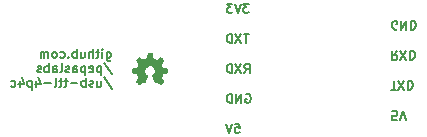
<source format=gbo>
G04 (created by PCBNEW (22-Jun-2014 BZR 4027)-stable) date Wed 04 Apr 2018 07:59:40 PM CDT*
%MOIN*%
G04 Gerber Fmt 3.4, Leading zero omitted, Abs format*
%FSLAX34Y34*%
G01*
G70*
G90*
G04 APERTURE LIST*
%ADD10C,0.00590551*%
%ADD11C,0.006*%
%ADD12C,0.0001*%
G04 APERTURE END LIST*
G54D10*
G54D11*
X65300Y-43171D02*
X65300Y-43414D01*
X65314Y-43442D01*
X65328Y-43457D01*
X65357Y-43471D01*
X65400Y-43471D01*
X65428Y-43457D01*
X65300Y-43357D02*
X65328Y-43371D01*
X65385Y-43371D01*
X65414Y-43357D01*
X65428Y-43342D01*
X65442Y-43314D01*
X65442Y-43228D01*
X65428Y-43200D01*
X65414Y-43185D01*
X65385Y-43171D01*
X65328Y-43171D01*
X65300Y-43185D01*
X65157Y-43371D02*
X65157Y-43171D01*
X65157Y-43071D02*
X65171Y-43085D01*
X65157Y-43100D01*
X65142Y-43085D01*
X65157Y-43071D01*
X65157Y-43100D01*
X65057Y-43171D02*
X64942Y-43171D01*
X65014Y-43071D02*
X65014Y-43328D01*
X65000Y-43357D01*
X64971Y-43371D01*
X64942Y-43371D01*
X64842Y-43371D02*
X64842Y-43071D01*
X64714Y-43371D02*
X64714Y-43214D01*
X64728Y-43185D01*
X64757Y-43171D01*
X64799Y-43171D01*
X64828Y-43185D01*
X64842Y-43200D01*
X64442Y-43171D02*
X64442Y-43371D01*
X64571Y-43171D02*
X64571Y-43328D01*
X64557Y-43357D01*
X64528Y-43371D01*
X64485Y-43371D01*
X64457Y-43357D01*
X64442Y-43342D01*
X64299Y-43371D02*
X64299Y-43071D01*
X64299Y-43185D02*
X64271Y-43171D01*
X64214Y-43171D01*
X64185Y-43185D01*
X64171Y-43200D01*
X64157Y-43228D01*
X64157Y-43314D01*
X64171Y-43342D01*
X64185Y-43357D01*
X64214Y-43371D01*
X64271Y-43371D01*
X64299Y-43357D01*
X64028Y-43342D02*
X64014Y-43357D01*
X64028Y-43371D01*
X64042Y-43357D01*
X64028Y-43342D01*
X64028Y-43371D01*
X63757Y-43357D02*
X63785Y-43371D01*
X63842Y-43371D01*
X63871Y-43357D01*
X63885Y-43342D01*
X63899Y-43314D01*
X63899Y-43228D01*
X63885Y-43200D01*
X63871Y-43185D01*
X63842Y-43171D01*
X63785Y-43171D01*
X63757Y-43185D01*
X63585Y-43371D02*
X63614Y-43357D01*
X63628Y-43342D01*
X63642Y-43314D01*
X63642Y-43228D01*
X63628Y-43200D01*
X63614Y-43185D01*
X63585Y-43171D01*
X63542Y-43171D01*
X63514Y-43185D01*
X63499Y-43200D01*
X63485Y-43228D01*
X63485Y-43314D01*
X63499Y-43342D01*
X63514Y-43357D01*
X63542Y-43371D01*
X63585Y-43371D01*
X63357Y-43371D02*
X63357Y-43171D01*
X63357Y-43200D02*
X63342Y-43185D01*
X63314Y-43171D01*
X63271Y-43171D01*
X63242Y-43185D01*
X63228Y-43214D01*
X63228Y-43371D01*
X63228Y-43214D02*
X63214Y-43185D01*
X63185Y-43171D01*
X63142Y-43171D01*
X63114Y-43185D01*
X63099Y-43214D01*
X63099Y-43371D01*
X65214Y-43537D02*
X65471Y-43922D01*
X65114Y-43651D02*
X65114Y-43951D01*
X65114Y-43665D02*
X65085Y-43651D01*
X65028Y-43651D01*
X65000Y-43665D01*
X64985Y-43680D01*
X64971Y-43708D01*
X64971Y-43794D01*
X64985Y-43822D01*
X65000Y-43837D01*
X65028Y-43851D01*
X65085Y-43851D01*
X65114Y-43837D01*
X64728Y-43837D02*
X64757Y-43851D01*
X64814Y-43851D01*
X64842Y-43837D01*
X64857Y-43808D01*
X64857Y-43694D01*
X64842Y-43665D01*
X64814Y-43651D01*
X64757Y-43651D01*
X64728Y-43665D01*
X64714Y-43694D01*
X64714Y-43722D01*
X64857Y-43751D01*
X64585Y-43651D02*
X64585Y-43951D01*
X64585Y-43665D02*
X64557Y-43651D01*
X64499Y-43651D01*
X64471Y-43665D01*
X64457Y-43680D01*
X64442Y-43708D01*
X64442Y-43794D01*
X64457Y-43822D01*
X64471Y-43837D01*
X64499Y-43851D01*
X64557Y-43851D01*
X64585Y-43837D01*
X64185Y-43851D02*
X64185Y-43694D01*
X64199Y-43665D01*
X64228Y-43651D01*
X64285Y-43651D01*
X64314Y-43665D01*
X64185Y-43837D02*
X64214Y-43851D01*
X64285Y-43851D01*
X64314Y-43837D01*
X64328Y-43808D01*
X64328Y-43780D01*
X64314Y-43751D01*
X64285Y-43737D01*
X64214Y-43737D01*
X64185Y-43722D01*
X64057Y-43837D02*
X64028Y-43851D01*
X63971Y-43851D01*
X63942Y-43837D01*
X63928Y-43808D01*
X63928Y-43794D01*
X63942Y-43765D01*
X63971Y-43751D01*
X64014Y-43751D01*
X64042Y-43737D01*
X64057Y-43708D01*
X64057Y-43694D01*
X64042Y-43665D01*
X64014Y-43651D01*
X63971Y-43651D01*
X63942Y-43665D01*
X63757Y-43851D02*
X63785Y-43837D01*
X63799Y-43808D01*
X63799Y-43551D01*
X63514Y-43851D02*
X63514Y-43694D01*
X63528Y-43665D01*
X63557Y-43651D01*
X63614Y-43651D01*
X63642Y-43665D01*
X63514Y-43837D02*
X63542Y-43851D01*
X63614Y-43851D01*
X63642Y-43837D01*
X63657Y-43808D01*
X63657Y-43780D01*
X63642Y-43751D01*
X63614Y-43737D01*
X63542Y-43737D01*
X63514Y-43722D01*
X63371Y-43851D02*
X63371Y-43551D01*
X63371Y-43665D02*
X63342Y-43651D01*
X63285Y-43651D01*
X63257Y-43665D01*
X63242Y-43680D01*
X63228Y-43708D01*
X63228Y-43794D01*
X63242Y-43822D01*
X63257Y-43837D01*
X63285Y-43851D01*
X63342Y-43851D01*
X63371Y-43837D01*
X63114Y-43837D02*
X63085Y-43851D01*
X63028Y-43851D01*
X62999Y-43837D01*
X62985Y-43808D01*
X62985Y-43794D01*
X62999Y-43765D01*
X63028Y-43751D01*
X63071Y-43751D01*
X63099Y-43737D01*
X63114Y-43708D01*
X63114Y-43694D01*
X63099Y-43665D01*
X63071Y-43651D01*
X63028Y-43651D01*
X62999Y-43665D01*
X65214Y-44017D02*
X65471Y-44402D01*
X64985Y-44131D02*
X64985Y-44331D01*
X65114Y-44131D02*
X65114Y-44288D01*
X65100Y-44317D01*
X65071Y-44331D01*
X65028Y-44331D01*
X65000Y-44317D01*
X64985Y-44302D01*
X64857Y-44317D02*
X64828Y-44331D01*
X64771Y-44331D01*
X64742Y-44317D01*
X64728Y-44288D01*
X64728Y-44274D01*
X64742Y-44245D01*
X64771Y-44231D01*
X64814Y-44231D01*
X64842Y-44217D01*
X64857Y-44188D01*
X64857Y-44174D01*
X64842Y-44145D01*
X64814Y-44131D01*
X64771Y-44131D01*
X64742Y-44145D01*
X64599Y-44331D02*
X64599Y-44031D01*
X64599Y-44145D02*
X64571Y-44131D01*
X64514Y-44131D01*
X64485Y-44145D01*
X64471Y-44160D01*
X64457Y-44188D01*
X64457Y-44274D01*
X64471Y-44302D01*
X64485Y-44317D01*
X64514Y-44331D01*
X64571Y-44331D01*
X64599Y-44317D01*
X64328Y-44217D02*
X64099Y-44217D01*
X63999Y-44131D02*
X63885Y-44131D01*
X63957Y-44031D02*
X63957Y-44288D01*
X63942Y-44317D01*
X63914Y-44331D01*
X63885Y-44331D01*
X63828Y-44131D02*
X63714Y-44131D01*
X63785Y-44031D02*
X63785Y-44288D01*
X63771Y-44317D01*
X63742Y-44331D01*
X63714Y-44331D01*
X63571Y-44331D02*
X63599Y-44317D01*
X63614Y-44288D01*
X63614Y-44031D01*
X63457Y-44217D02*
X63228Y-44217D01*
X62957Y-44131D02*
X62957Y-44331D01*
X63028Y-44017D02*
X63099Y-44231D01*
X62914Y-44231D01*
X62799Y-44131D02*
X62799Y-44431D01*
X62799Y-44145D02*
X62771Y-44131D01*
X62714Y-44131D01*
X62685Y-44145D01*
X62671Y-44160D01*
X62657Y-44188D01*
X62657Y-44274D01*
X62671Y-44302D01*
X62685Y-44317D01*
X62714Y-44331D01*
X62771Y-44331D01*
X62799Y-44317D01*
X62399Y-44131D02*
X62399Y-44331D01*
X62471Y-44017D02*
X62542Y-44231D01*
X62357Y-44231D01*
X62114Y-44317D02*
X62142Y-44331D01*
X62199Y-44331D01*
X62228Y-44317D01*
X62242Y-44302D01*
X62257Y-44274D01*
X62257Y-44188D01*
X62242Y-44160D01*
X62228Y-44145D01*
X62199Y-44131D01*
X62142Y-44131D01*
X62114Y-44145D01*
X74978Y-42414D02*
X74950Y-42428D01*
X74907Y-42428D01*
X74864Y-42414D01*
X74835Y-42385D01*
X74821Y-42357D01*
X74807Y-42300D01*
X74807Y-42257D01*
X74821Y-42200D01*
X74835Y-42171D01*
X74864Y-42142D01*
X74907Y-42128D01*
X74935Y-42128D01*
X74978Y-42142D01*
X74992Y-42157D01*
X74992Y-42257D01*
X74935Y-42257D01*
X75121Y-42128D02*
X75121Y-42428D01*
X75292Y-42128D01*
X75292Y-42428D01*
X75435Y-42128D02*
X75435Y-42428D01*
X75507Y-42428D01*
X75550Y-42414D01*
X75578Y-42385D01*
X75592Y-42357D01*
X75607Y-42300D01*
X75607Y-42257D01*
X75592Y-42200D01*
X75578Y-42171D01*
X75550Y-42142D01*
X75507Y-42128D01*
X75435Y-42128D01*
X74992Y-43128D02*
X74892Y-43271D01*
X74821Y-43128D02*
X74821Y-43428D01*
X74935Y-43428D01*
X74964Y-43414D01*
X74978Y-43400D01*
X74992Y-43371D01*
X74992Y-43328D01*
X74978Y-43300D01*
X74964Y-43285D01*
X74935Y-43271D01*
X74821Y-43271D01*
X75092Y-43428D02*
X75292Y-43128D01*
X75292Y-43428D02*
X75092Y-43128D01*
X75407Y-43128D02*
X75407Y-43428D01*
X75478Y-43428D01*
X75521Y-43414D01*
X75550Y-43385D01*
X75564Y-43357D01*
X75578Y-43300D01*
X75578Y-43257D01*
X75564Y-43200D01*
X75550Y-43171D01*
X75521Y-43142D01*
X75478Y-43128D01*
X75407Y-43128D01*
X74778Y-44428D02*
X74950Y-44428D01*
X74864Y-44128D02*
X74864Y-44428D01*
X75021Y-44428D02*
X75221Y-44128D01*
X75221Y-44428D02*
X75021Y-44128D01*
X75335Y-44128D02*
X75335Y-44428D01*
X75407Y-44428D01*
X75449Y-44414D01*
X75478Y-44385D01*
X75492Y-44357D01*
X75507Y-44300D01*
X75507Y-44257D01*
X75492Y-44200D01*
X75478Y-44171D01*
X75449Y-44142D01*
X75407Y-44128D01*
X75335Y-44128D01*
X74964Y-45428D02*
X74821Y-45428D01*
X74807Y-45285D01*
X74821Y-45300D01*
X74850Y-45314D01*
X74921Y-45314D01*
X74950Y-45300D01*
X74964Y-45285D01*
X74978Y-45257D01*
X74978Y-45185D01*
X74964Y-45157D01*
X74950Y-45142D01*
X74921Y-45128D01*
X74850Y-45128D01*
X74821Y-45142D01*
X74807Y-45157D01*
X75064Y-45428D02*
X75164Y-45128D01*
X75264Y-45428D01*
X69578Y-45571D02*
X69721Y-45571D01*
X69735Y-45714D01*
X69721Y-45700D01*
X69692Y-45685D01*
X69621Y-45685D01*
X69592Y-45700D01*
X69578Y-45714D01*
X69564Y-45742D01*
X69564Y-45814D01*
X69578Y-45842D01*
X69592Y-45857D01*
X69621Y-45871D01*
X69692Y-45871D01*
X69721Y-45857D01*
X69735Y-45842D01*
X69478Y-45571D02*
X69378Y-45871D01*
X69278Y-45571D01*
X69935Y-44585D02*
X69964Y-44571D01*
X70007Y-44571D01*
X70050Y-44585D01*
X70078Y-44614D01*
X70092Y-44642D01*
X70107Y-44700D01*
X70107Y-44742D01*
X70092Y-44800D01*
X70078Y-44828D01*
X70050Y-44857D01*
X70007Y-44871D01*
X69978Y-44871D01*
X69935Y-44857D01*
X69921Y-44842D01*
X69921Y-44742D01*
X69978Y-44742D01*
X69792Y-44871D02*
X69792Y-44571D01*
X69621Y-44871D01*
X69621Y-44571D01*
X69478Y-44871D02*
X69478Y-44571D01*
X69407Y-44571D01*
X69364Y-44585D01*
X69335Y-44614D01*
X69321Y-44642D01*
X69307Y-44700D01*
X69307Y-44742D01*
X69321Y-44800D01*
X69335Y-44828D01*
X69364Y-44857D01*
X69407Y-44871D01*
X69478Y-44871D01*
X69892Y-43871D02*
X69992Y-43728D01*
X70064Y-43871D02*
X70064Y-43571D01*
X69950Y-43571D01*
X69921Y-43585D01*
X69907Y-43600D01*
X69892Y-43628D01*
X69892Y-43671D01*
X69907Y-43700D01*
X69921Y-43714D01*
X69950Y-43728D01*
X70064Y-43728D01*
X69792Y-43571D02*
X69592Y-43871D01*
X69592Y-43571D02*
X69792Y-43871D01*
X69478Y-43871D02*
X69478Y-43571D01*
X69407Y-43571D01*
X69364Y-43585D01*
X69335Y-43614D01*
X69321Y-43642D01*
X69307Y-43700D01*
X69307Y-43742D01*
X69321Y-43800D01*
X69335Y-43828D01*
X69364Y-43857D01*
X69407Y-43871D01*
X69478Y-43871D01*
X70035Y-42571D02*
X69864Y-42571D01*
X69949Y-42871D02*
X69949Y-42571D01*
X69792Y-42571D02*
X69592Y-42871D01*
X69592Y-42571D02*
X69792Y-42871D01*
X69478Y-42871D02*
X69478Y-42571D01*
X69407Y-42571D01*
X69364Y-42585D01*
X69335Y-42614D01*
X69321Y-42642D01*
X69307Y-42700D01*
X69307Y-42742D01*
X69321Y-42800D01*
X69335Y-42828D01*
X69364Y-42857D01*
X69407Y-42871D01*
X69478Y-42871D01*
X70035Y-41571D02*
X69850Y-41571D01*
X69950Y-41685D01*
X69907Y-41685D01*
X69878Y-41700D01*
X69864Y-41714D01*
X69850Y-41742D01*
X69850Y-41814D01*
X69864Y-41842D01*
X69878Y-41857D01*
X69907Y-41871D01*
X69992Y-41871D01*
X70021Y-41857D01*
X70035Y-41842D01*
X69764Y-41571D02*
X69664Y-41871D01*
X69564Y-41571D01*
X69492Y-41571D02*
X69307Y-41571D01*
X69407Y-41685D01*
X69364Y-41685D01*
X69335Y-41700D01*
X69321Y-41714D01*
X69307Y-41742D01*
X69307Y-41814D01*
X69321Y-41842D01*
X69335Y-41857D01*
X69364Y-41871D01*
X69450Y-41871D01*
X69478Y-41857D01*
X69492Y-41842D01*
G54D12*
G36*
X67108Y-44280D02*
X67101Y-44277D01*
X67088Y-44268D01*
X67068Y-44255D01*
X67045Y-44240D01*
X67021Y-44224D01*
X67002Y-44211D01*
X66988Y-44202D01*
X66983Y-44199D01*
X66980Y-44200D01*
X66969Y-44206D01*
X66953Y-44214D01*
X66943Y-44219D01*
X66928Y-44225D01*
X66921Y-44227D01*
X66920Y-44225D01*
X66914Y-44213D01*
X66906Y-44194D01*
X66895Y-44168D01*
X66882Y-44138D01*
X66868Y-44106D01*
X66855Y-44073D01*
X66842Y-44042D01*
X66830Y-44013D01*
X66821Y-43990D01*
X66815Y-43974D01*
X66812Y-43967D01*
X66813Y-43966D01*
X66820Y-43959D01*
X66833Y-43949D01*
X66861Y-43926D01*
X66889Y-43892D01*
X66906Y-43853D01*
X66911Y-43809D01*
X66907Y-43769D01*
X66891Y-43731D01*
X66864Y-43696D01*
X66831Y-43670D01*
X66793Y-43654D01*
X66750Y-43649D01*
X66709Y-43653D01*
X66670Y-43669D01*
X66635Y-43695D01*
X66620Y-43712D01*
X66600Y-43748D01*
X66588Y-43785D01*
X66587Y-43794D01*
X66589Y-43836D01*
X66601Y-43876D01*
X66623Y-43911D01*
X66653Y-43940D01*
X66657Y-43943D01*
X66671Y-43954D01*
X66681Y-43961D01*
X66688Y-43967D01*
X66635Y-44094D01*
X66627Y-44114D01*
X66612Y-44149D01*
X66600Y-44179D01*
X66589Y-44203D01*
X66582Y-44219D01*
X66579Y-44225D01*
X66579Y-44225D01*
X66574Y-44226D01*
X66565Y-44223D01*
X66547Y-44214D01*
X66535Y-44208D01*
X66522Y-44202D01*
X66516Y-44199D01*
X66510Y-44202D01*
X66497Y-44210D01*
X66479Y-44223D01*
X66456Y-44238D01*
X66434Y-44253D01*
X66414Y-44266D01*
X66400Y-44276D01*
X66393Y-44279D01*
X66392Y-44279D01*
X66385Y-44276D01*
X66374Y-44266D01*
X66357Y-44250D01*
X66332Y-44226D01*
X66328Y-44222D01*
X66308Y-44202D01*
X66292Y-44184D01*
X66281Y-44172D01*
X66277Y-44167D01*
X66277Y-44167D01*
X66281Y-44160D01*
X66290Y-44145D01*
X66303Y-44125D01*
X66319Y-44101D01*
X66361Y-44040D01*
X66338Y-43983D01*
X66331Y-43965D01*
X66322Y-43943D01*
X66315Y-43928D01*
X66312Y-43921D01*
X66305Y-43919D01*
X66290Y-43915D01*
X66267Y-43911D01*
X66239Y-43906D01*
X66213Y-43901D01*
X66190Y-43896D01*
X66173Y-43893D01*
X66165Y-43892D01*
X66163Y-43890D01*
X66162Y-43887D01*
X66161Y-43879D01*
X66160Y-43864D01*
X66160Y-43842D01*
X66160Y-43809D01*
X66160Y-43806D01*
X66160Y-43775D01*
X66161Y-43750D01*
X66162Y-43735D01*
X66163Y-43728D01*
X66163Y-43728D01*
X66170Y-43726D01*
X66187Y-43723D01*
X66210Y-43718D01*
X66238Y-43713D01*
X66240Y-43713D01*
X66268Y-43707D01*
X66291Y-43702D01*
X66308Y-43699D01*
X66315Y-43696D01*
X66316Y-43694D01*
X66322Y-43683D01*
X66330Y-43666D01*
X66339Y-43645D01*
X66348Y-43623D01*
X66356Y-43603D01*
X66361Y-43589D01*
X66363Y-43582D01*
X66363Y-43582D01*
X66359Y-43575D01*
X66349Y-43561D01*
X66335Y-43541D01*
X66319Y-43517D01*
X66318Y-43515D01*
X66302Y-43491D01*
X66289Y-43471D01*
X66280Y-43457D01*
X66277Y-43451D01*
X66277Y-43450D01*
X66282Y-43443D01*
X66294Y-43430D01*
X66312Y-43412D01*
X66332Y-43391D01*
X66339Y-43385D01*
X66362Y-43362D01*
X66378Y-43348D01*
X66388Y-43340D01*
X66392Y-43338D01*
X66393Y-43338D01*
X66400Y-43342D01*
X66415Y-43352D01*
X66435Y-43366D01*
X66459Y-43382D01*
X66460Y-43383D01*
X66484Y-43399D01*
X66504Y-43413D01*
X66518Y-43422D01*
X66524Y-43425D01*
X66525Y-43425D01*
X66534Y-43423D01*
X66551Y-43417D01*
X66572Y-43409D01*
X66594Y-43400D01*
X66614Y-43392D01*
X66628Y-43385D01*
X66635Y-43381D01*
X66636Y-43381D01*
X66638Y-43372D01*
X66642Y-43354D01*
X66647Y-43330D01*
X66653Y-43301D01*
X66654Y-43297D01*
X66659Y-43268D01*
X66663Y-43245D01*
X66667Y-43229D01*
X66668Y-43222D01*
X66672Y-43222D01*
X66686Y-43221D01*
X66707Y-43220D01*
X66733Y-43220D01*
X66759Y-43220D01*
X66785Y-43220D01*
X66807Y-43221D01*
X66823Y-43222D01*
X66830Y-43224D01*
X66830Y-43224D01*
X66832Y-43233D01*
X66836Y-43250D01*
X66841Y-43275D01*
X66847Y-43304D01*
X66848Y-43309D01*
X66853Y-43337D01*
X66858Y-43360D01*
X66861Y-43376D01*
X66863Y-43382D01*
X66865Y-43383D01*
X66877Y-43389D01*
X66896Y-43396D01*
X66919Y-43406D01*
X66973Y-43428D01*
X67039Y-43382D01*
X67045Y-43378D01*
X67069Y-43362D01*
X67089Y-43349D01*
X67103Y-43340D01*
X67108Y-43337D01*
X67109Y-43337D01*
X67115Y-43343D01*
X67128Y-43355D01*
X67146Y-43373D01*
X67167Y-43393D01*
X67183Y-43409D01*
X67201Y-43427D01*
X67212Y-43440D01*
X67219Y-43448D01*
X67221Y-43453D01*
X67220Y-43456D01*
X67216Y-43463D01*
X67206Y-43477D01*
X67193Y-43498D01*
X67177Y-43521D01*
X67163Y-43541D01*
X67149Y-43563D01*
X67140Y-43579D01*
X67136Y-43586D01*
X67137Y-43590D01*
X67142Y-43603D01*
X67150Y-43622D01*
X67160Y-43646D01*
X67183Y-43698D01*
X67217Y-43705D01*
X67238Y-43709D01*
X67267Y-43714D01*
X67295Y-43720D01*
X67339Y-43728D01*
X67340Y-43887D01*
X67333Y-43890D01*
X67327Y-43892D01*
X67311Y-43896D01*
X67288Y-43900D01*
X67261Y-43905D01*
X67237Y-43910D01*
X67214Y-43914D01*
X67197Y-43917D01*
X67190Y-43919D01*
X67188Y-43921D01*
X67182Y-43933D01*
X67174Y-43951D01*
X67165Y-43972D01*
X67155Y-43995D01*
X67147Y-44015D01*
X67141Y-44031D01*
X67139Y-44039D01*
X67142Y-44045D01*
X67151Y-44059D01*
X67164Y-44079D01*
X67180Y-44102D01*
X67196Y-44125D01*
X67209Y-44145D01*
X67219Y-44159D01*
X67222Y-44166D01*
X67220Y-44170D01*
X67211Y-44181D01*
X67194Y-44199D01*
X67168Y-44225D01*
X67163Y-44229D01*
X67143Y-44249D01*
X67125Y-44265D01*
X67113Y-44276D01*
X67108Y-44280D01*
X67108Y-44280D01*
G37*
M02*

</source>
